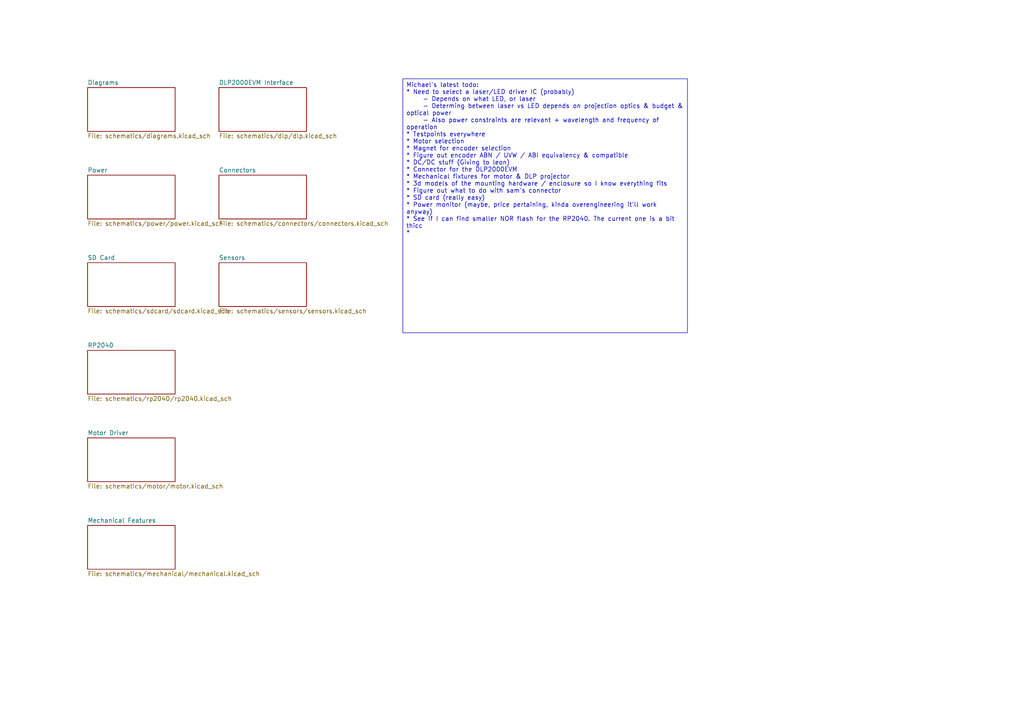
<source format=kicad_sch>
(kicad_sch (version 20230121) (generator eeschema)
  (paper "A4")
  (lib_symbols)
  (text_box "Michael's latest todo:\n* Need to select a laser/LED driver IC (probably) \n	- Depends on what LED, or laser\n	- Determing between laser vs LED depends on projection optics & budget & optical power \n	- Also power constraints are relevant + wavelength and frequency of operation \n* Testpoints everywhere \n* Motor selection \n* Magnet for encoder selection\n* Figure out encoder ABN / UVW / ABI equivalency & compatible \n* DC/DC stuff (Giving to leon) \n* Connector for the DLP2000EVM \n* Mechanical fixtures for motor & DLP projector \n* 3d models of the mounting hardware / enclosure so I know everything fits \n* Figure out what to do with sam's connector \n* SD card (really easy) \n* Power monitor (maybe, price pertaining, kinda overengineering it'll work anyway) \n* See if I can find smaller NOR flash for the RP2040. The current one is a bit thicc \n* " (at 116.84 22.86 0) (size 82.55 73.66) (effects (font (size 1.27 1.27)) (justify left top)))
  (sheet (at 25.4 76.2) (size 25.4 12.7) (stroke (width 0.1524))
    (property "Sheetname" "SD Card" (at 25.4 75.4884 0) (effects (justify left bottom)))
    (property "Sheetfile" "schematics/sdcard/sdcard.kicad_sch" (at 25.4 89.4846 0) (effects (justify left top)))
  )
  (sheet (at 25.4 25.4) (size 25.4 12.7) (stroke (width 0.1524))
    (property "Sheetname" "Diagrams" (at 25.4 24.6884 0) (effects (justify left bottom)))
    (property "Sheetfile" "schematics/diagrams.kicad_sch" (at 25.4 38.6846 0) (effects (justify left top)))
  )
  (sheet (at 25.4 127) (size 25.4 12.7) (stroke (width 0.1524))
    (property "Sheetname" "Motor Driver" (at 25.4 126.2884 0) (effects (justify left bottom)))
    (property "Sheetfile" "schematics/motor/motor.kicad_sch" (at 25.4 140.2846 0) (effects (justify left top)))
  )
  (sheet (at 63.5 25.4) (size 25.4 12.7) (stroke (width 0.1524))
    (property "Sheetname" "DLP2000EVM Interface" (at 63.5 24.6884 0) (effects (justify left bottom)))
    (property "Sheetfile" "schematics/dlp/dlp.kicad_sch" (at 63.5 38.6846 0) (effects (justify left top)))
  )
  (sheet (at 25.4 152.4) (size 25.4 12.7) (stroke (width 0.1524))
    (property "Sheetname" "Mechanical Features" (at 25.4 151.6884 0) (effects (justify left bottom)))
    (property "Sheetfile" "schematics/mechanical/mechanical.kicad_sch" (at 25.4 165.6846 0) (effects (justify left top)))
  )
  (sheet (at 25.4 50.8) (size 25.4 12.7) (stroke (width 0.1524))
    (property "Sheetname" "Power" (at 25.4 50.0884 0) (effects (justify left bottom)))
    (property "Sheetfile" "schematics/power/power.kicad_sch" (at 25.4 64.0846 0) (effects (justify left top)))
  )
  (sheet (at 63.5 76.2) (size 25.4 12.7) (stroke (width 0.1524))
    (property "Sheetname" "Sensors" (at 63.5 75.4884 0) (effects (justify left bottom)))
    (property "Sheetfile" "schematics/sensors/sensors.kicad_sch" (at 63.5 89.4846 0) (effects (justify left top)))
  )
  (sheet (at 25.4 101.6) (size 25.4 12.7) (stroke (width 0.1524))
    (property "Sheetname" "RP2040" (at 25.4 100.8884 0) (effects (justify left bottom)))
    (property "Sheetfile" "schematics/rp2040/rp2040.kicad_sch" (at 25.4 114.8846 0) (effects (justify left top)))
  )
  (sheet (at 63.5 50.8) (size 25.4 12.7) (stroke (width 0.1524))
    (property "Sheetname" "Connectors" (at 63.5 50.0884 0) (effects (justify left bottom)))
    (property "Sheetfile" "schematics/connectors/connectors.kicad_sch" (at 63.5 64.0846 0) (effects (justify left top)))
  )
)
</source>
